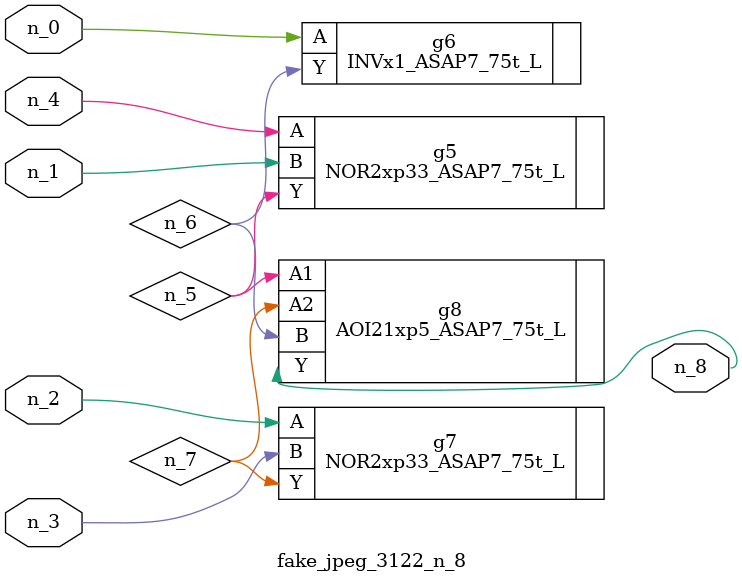
<source format=v>
module fake_jpeg_3122_n_8 (n_3, n_2, n_1, n_0, n_4, n_8);

input n_3;
input n_2;
input n_1;
input n_0;
input n_4;

output n_8;

wire n_6;
wire n_5;
wire n_7;

NOR2xp33_ASAP7_75t_L g5 ( 
.A(n_4),
.B(n_1),
.Y(n_5)
);

INVx1_ASAP7_75t_L g6 ( 
.A(n_0),
.Y(n_6)
);

NOR2xp33_ASAP7_75t_L g7 ( 
.A(n_2),
.B(n_3),
.Y(n_7)
);

AOI21xp5_ASAP7_75t_L g8 ( 
.A1(n_5),
.A2(n_7),
.B(n_6),
.Y(n_8)
);


endmodule
</source>
